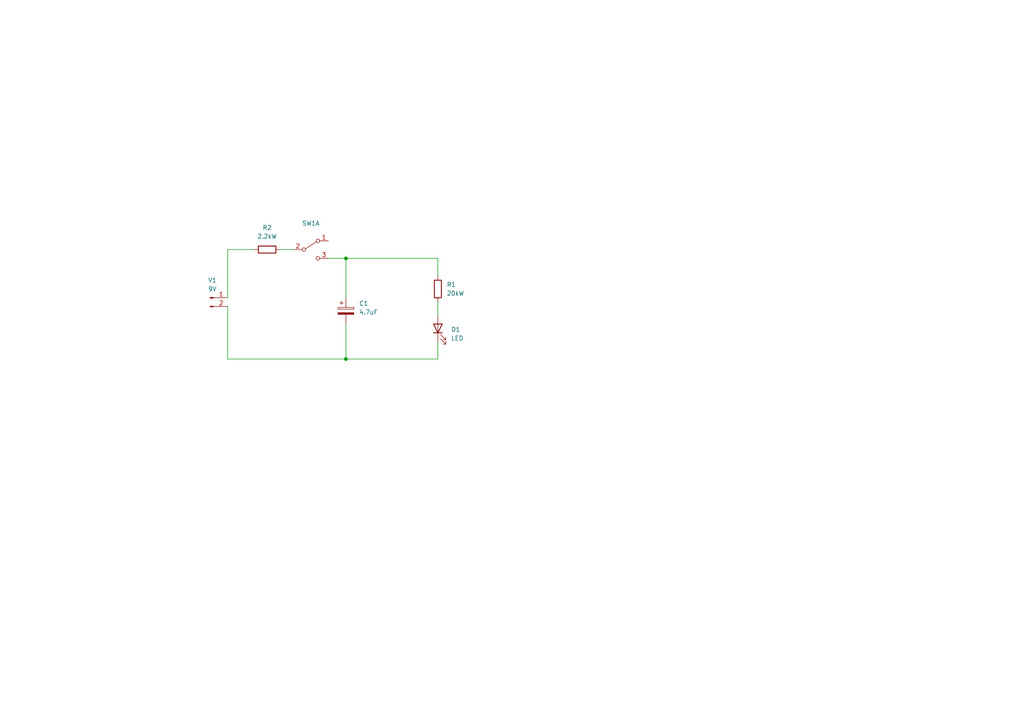
<source format=kicad_sch>
(kicad_sch (version 20211123) (generator eeschema)
  (paper "A4")
  (lib_symbols
    (symbol "Connector:Conn_01x02_Male" (pin_names (offset 1.016) hide)
      (property "Reference" "J" (at 0 2.54 0))
      (property "Value" "Conn_01x02_Male" (at 0 -5.08 0))
      (symbol "Conn_01x02_Male_1_1"
        (polyline (pts (xy 1.27 -2.54) (xy 0.8636 -2.54)) (stroke (width 0.1524)))
        (polyline (pts (xy 1.27 0) (xy 0.8636 0)) (stroke (width 0.1524)))
        (rectangle (start 0.8636 -2.413) (end 0 -2.667) (stroke (width 0.1524)) (fill (type outline)))
        (rectangle (start 0.8636 0.127) (end 0 -0.127) (stroke (width 0.1524)) (fill (type outline)))
        (pin passive line (at 5.08 0 180) (length 3.81) (name "Pin_1") (number "1"))
        (pin passive line (at 5.08 -2.54 180) (length 3.81) (name "Pin_2") (number "2"))
      )
    )
    (symbol "Device:C_Polarized" (pin_numbers hide) (pin_names (offset 0.254))
      (property "Reference" "C" (at 0.635 2.54 0))
      (property "Value" "C_Polarized" (at 0.635 -2.54 0))
      (symbol "C_Polarized_0_1"
        (rectangle (start -2.286 0.508) (end 2.286 1.016))
        (polyline (pts (xy -1.778 2.286) (xy -0.762 2.286)))
        (polyline (pts (xy -1.27 2.794) (xy -1.27 1.778)))
        (rectangle (start 2.286 -0.508) (end -2.286 -1.016) (fill (type outline)))
      )
      (symbol "C_Polarized_1_1"
        (pin passive line (at 0 3.81 270) (length 2.794) (name "~") (number "1"))
        (pin passive line (at 0 -3.81 90) (length 2.794) (name "~") (number "2"))
      )
    )
    (symbol "Device:LED" (pin_numbers hide) (pin_names (offset 1.016) hide)
      (property "Reference" "D" (at 0 2.54 0))
      (property "Value" "LED" (at 0 -2.54 0))
      (symbol "LED_0_1"
        (polyline (pts (xy -1.27 -1.27) (xy -1.27 1.27)) (stroke (width 0.254)))
        (polyline (pts (xy -1.27 0) (xy 1.27 0)))
        (polyline (pts (xy 1.27 -1.27) (xy 1.27 1.27) (xy -1.27 0) (xy 1.27 -1.27)) (stroke (width 0.254)))
        (polyline (pts (xy -3.048 -0.762) (xy -4.572 -2.286) (xy -3.81 -2.286) (xy -4.572 -2.286) (xy -4.572 -1.524)))
        (polyline (pts (xy -1.778 -0.762) (xy -3.302 -2.286) (xy -2.54 -2.286) (xy -3.302 -2.286) (xy -3.302 -1.524)))
      )
      (symbol "LED_1_1"
        (pin passive line (at -3.81 0 0) (length 2.54) (name "K") (number "1"))
        (pin passive line (at 3.81 0 180) (length 2.54) (name "A") (number "2"))
      )
    )
    (symbol "Device:R" (pin_numbers hide) (pin_names (offset 0))
      (property "Reference" "R" (at 2.032 0 90))
      (property "Value" "R" (at 0 0 90))
      (symbol "R_0_1"
        (rectangle (start -1.016 -2.54) (end 1.016 2.54) (stroke (width 0.254)))
      )
      (symbol "R_1_1"
        (pin passive line (at 0 3.81 270) (length 1.27) (name "~") (number "1"))
        (pin passive line (at 0 -3.81 90) (length 1.27) (name "~") (number "2"))
      )
    )
    (symbol "Switch:SW_DPDT_x2" (pin_names (offset 0) hide)
      (property "Reference" "SW" (at 0 4.318 0))
      (property "Value" "SW_DPDT_x2" (at 0 -5.08 0))
      (symbol "SW_DPDT_x2_0_0"
        (circle (center -2.032 0) (radius 0.508))
        (circle (center 2.032 -2.54) (radius 0.508))
      )
      (symbol "SW_DPDT_x2_0_1"
        (polyline (pts (xy -1.524 0.254) (xy 1.651 2.286)))
        (circle (center 2.032 2.54) (radius 0.508))
      )
      (symbol "SW_DPDT_x2_1_1"
        (pin passive line (at 5.08 2.54 180) (length 2.54) (name "A") (number "1"))
        (pin passive line (at -5.08 0 0) (length 2.54) (name "B") (number "2"))
        (pin passive line (at 5.08 -2.54 180) (length 2.54) (name "C") (number "3"))
      )
      (symbol "SW_DPDT_x2_2_1"
        (pin passive line (at 5.08 2.54 180) (length 2.54) (name "A") (number "4"))
        (pin passive line (at -5.08 0 0) (length 2.54) (name "B") (number "5"))
        (pin passive line (at 5.08 -2.54 180) (length 2.54) (name "C") (number "6"))
      )
    )
  )
  (junction (at 100.33 74.93))
  (junction (at 100.33 104.14))
  (wire (pts (xy 127 99.06) (xy 127 104.14)))
  (wire (pts (xy 66.04 88.9) (xy 66.04 104.14)))
  (wire (pts (xy 100.33 74.93) (xy 100.33 86.36)))
  (wire (pts (xy 127 87.63) (xy 127 91.44)))
  (wire (pts (xy 81.28 72.39) (xy 85.09 72.39)))
  (wire (pts (xy 127 104.14) (xy 100.33 104.14)))
  (wire (pts (xy 100.33 74.93) (xy 127 74.93)))
  (wire (pts (xy 100.33 93.98) (xy 100.33 104.14)))
  (wire (pts (xy 100.33 104.14) (xy 66.04 104.14)))
  (wire (pts (xy 66.04 72.39) (xy 66.04 86.36)))
  (wire (pts (xy 95.25 74.93) (xy 100.33 74.93)))
  (wire (pts (xy 73.66 72.39) (xy 66.04 72.39)))
  (wire (pts (xy 127 74.93) (xy 127 80.01)))
  (symbol (lib_id "Device:C_Polarized") (at 100.33 90.17 0) (unit 1)
    (property "Reference" "C1" (at 104.14 88.0109 0) (effects (justify left)))
    (property "Value" "4.7uF" (at 104.14 90.5509 0) (effects (justify left)))
    (property "Footprint" "Capacitor_THT:CP_Radial_D5.0mm_P2.00mm" (effects hide))
  )
  (symbol (lib_id "Device:LED") (at 127 95.25 90) (unit 1)
    (property "Reference" "D1" (at 130.81 95.5674 90) (effects (justify right)))
    (property "Value" "LED" (at 130.81 98.1074 90) (effects (justify right)))
    (property "Footprint" "LED_THT:LED_D5.0mm" (effects hide))
  )
  (symbol (lib_id "Device:R") (at 127 83.82 0) (unit 1)
    (property "Reference" "R1" (at 129.54 82.5499 0) (effects (justify left)))
    (property "Value" "20kW" (at 129.54 85.0899 0) (effects (justify left)))
    (property "Footprint" "Resistor_THT:R_Axial_DIN0516_L15.5mm_D5.0mm_P20.32mm_Horizontal" (effects hide))
  )
  (symbol (lib_id "Switch:SW_DPDT_x2") (at 90.17 72.39 0) (unit 1)
    (property "Reference" "SW1" (at 90.17 64.77 0))
    (property "Value" " " (at 90.17 67.31 0))
    (property "Footprint" "Button_Switch_THT:SW_E-Switch_EG1224_SPDT_Angled" (effects hide))
  )
  (symbol (lib_id "Connector:Conn_01x02_Male") (at 60.96 86.36 0) (unit 1)
    (property "Reference" "V1" (at 61.595 81.28 0))
    (property "Value" "9V" (at 61.595 83.82 0))
    (property "Footprint" "Connector_JST:JST_PH_B2B-PH-K_1x02_P2.00mm_Vertical" (effects hide))
  )
  (symbol (lib_id "Device:R") (at 77.47 72.39 270) (unit 1)
    (property "Reference" "R2" (at 77.47 66.04 90))
    (property "Value" "2.2kW" (at 77.47 68.58 90))
    (property "Footprint" "Resistor_THT:R_Axial_DIN0516_L15.5mm_D5.0mm_P20.32mm_Horizontal" (effects hide))
  )
)
</source>
